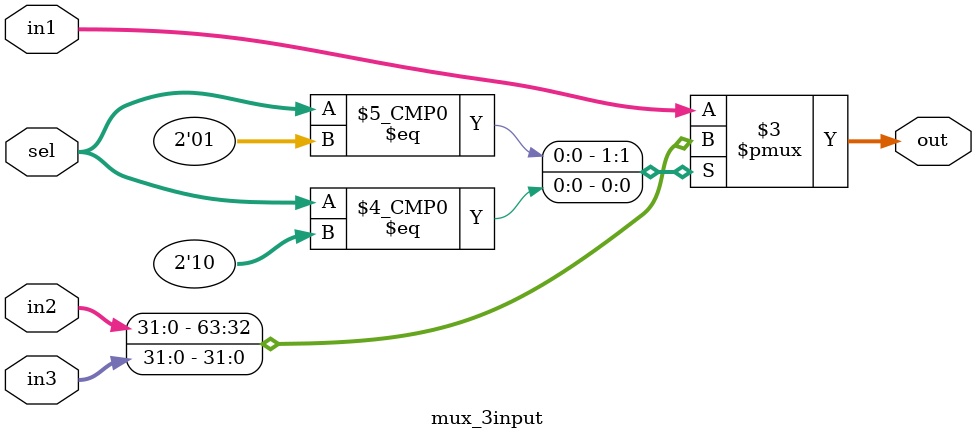
<source format=sv>
module mux_3input #(
    parameter integer WIDTH = 32
) (
    input logic [1:0] sel,
    input logic [WIDTH-1:0] in1, in2, in3,
    output logic [WIDTH-1:0] out
);

    always_comb begin
        case (sel)
            2'd0: out = in1;
            2'd1: out = in2;
            2'd2: out = in3;
            default: out = in1;
        endcase
    end

endmodule // mux_3input

</source>
